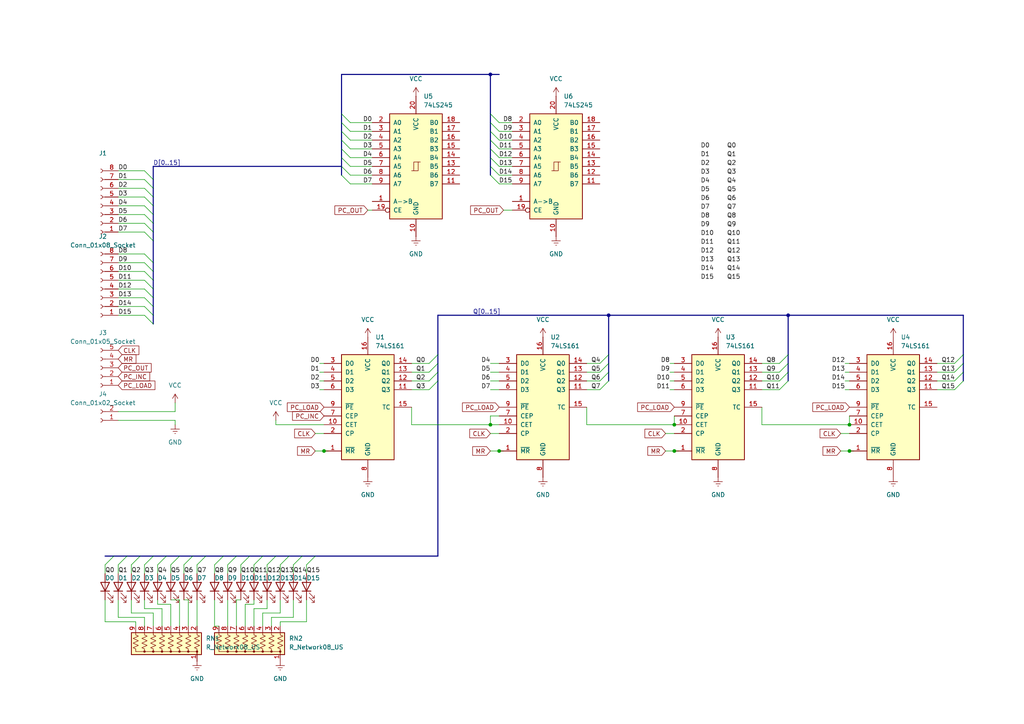
<source format=kicad_sch>
(kicad_sch (version 20231120) (generator "eeschema") (generator_version "8.0")
  (paper "A4")
  (lib_symbols
    (symbol "74xx:74LS161" (pin_names (offset 1.016))
      (property "Reference" "U" (at -7.62 16.51 0))
      (property "Value" "74LS161" (at -7.62 -16.51 0))
      (symbol "74LS161_1_0"
        (pin input line (at -12.7 -12.7 0) (length 5.08) (name "~{MR}") (number "1"))
        (pin input line (at -12.7 -5.08 0) (length 5.08) (name "CET") (number "10"))
        (pin output line (at 12.7 5.08 180) (length 5.08) (name "Q3") (number "11"))
        (pin output line (at 12.7 7.62 180) (length 5.08) (name "Q2") (number "12"))
        (pin output line (at 12.7 10.16 180) (length 5.08) (name "Q1") (number "13"))
        (pin output line (at 12.7 12.7 180) (length 5.08) (name "Q0") (number "14"))
        (pin output line (at 12.7 0 180) (length 5.08) (name "TC") (number "15"))
        (pin power_in line (at 0 20.32 270) (length 5.08) (name "VCC") (number "16"))
        (pin input line (at -12.7 -7.62 0) (length 5.08) (name "CP") (number "2"))
        (pin input line (at -12.7 12.7 0) (length 5.08) (name "D0") (number "3"))
        (pin input line (at -12.7 10.16 0) (length 5.08) (name "D1") (number "4"))
        (pin input line (at -12.7 7.62 0) (length 5.08) (name "D2") (number "5"))
        (pin input line (at -12.7 5.08 0) (length 5.08) (name "D3") (number "6"))
        (pin input line (at -12.7 -2.54 0) (length 5.08) (name "CEP") (number "7"))
        (pin power_in line (at 0 -20.32 90) (length 5.08) (name "GND") (number "8"))
        (pin input line (at -12.7 0 0) (length 5.08) (name "~{PE}") (number "9"))
      )
      (symbol "74LS161_1_1"
        (rectangle (start -7.62 15.24) (end 7.62 -15.24) (stroke (width 0.254)) (fill (type background)))
      )
    )
    (symbol "74xx:74LS245" (pin_names (offset 1.016))
      (property "Reference" "U" (at -7.62 16.51 0))
      (property "Value" "74LS245" (at -7.62 -16.51 0))
      (symbol "74LS245_1_0"
        (polyline (pts (xy -0.635 -1.27) (xy -0.635 1.27) (xy 0.635 1.27)))
        (polyline (pts (xy -1.27 -1.27) (xy 0.635 -1.27) (xy 0.635 1.27) (xy 1.27 1.27)))
        (pin input line (at -12.7 -10.16 0) (length 5.08) (name "A->B") (number "1"))
        (pin power_in line (at 0 -20.32 90) (length 5.08) (name "GND") (number "10"))
        (pin tri_state line (at 12.7 -5.08 180) (length 5.08) (name "B7") (number "11"))
        (pin tri_state line (at 12.7 -2.54 180) (length 5.08) (name "B6") (number "12"))
        (pin tri_state line (at 12.7 0 180) (length 5.08) (name "B5") (number "13"))
        (pin tri_state line (at 12.7 2.54 180) (length 5.08) (name "B4") (number "14"))
        (pin tri_state line (at 12.7 5.08 180) (length 5.08) (name "B3") (number "15"))
        (pin tri_state line (at 12.7 7.62 180) (length 5.08) (name "B2") (number "16"))
        (pin tri_state line (at 12.7 10.16 180) (length 5.08) (name "B1") (number "17"))
        (pin tri_state line (at 12.7 12.7 180) (length 5.08) (name "B0") (number "18"))
        (pin input inverted (at -12.7 -12.7 0) (length 5.08) (name "CE") (number "19"))
        (pin tri_state line (at -12.7 12.7 0) (length 5.08) (name "A0") (number "2"))
        (pin power_in line (at 0 20.32 270) (length 5.08) (name "VCC") (number "20"))
        (pin tri_state line (at -12.7 10.16 0) (length 5.08) (name "A1") (number "3"))
        (pin tri_state line (at -12.7 7.62 0) (length 5.08) (name "A2") (number "4"))
        (pin tri_state line (at -12.7 5.08 0) (length 5.08) (name "A3") (number "5"))
        (pin tri_state line (at -12.7 2.54 0) (length 5.08) (name "A4") (number "6"))
        (pin tri_state line (at -12.7 0 0) (length 5.08) (name "A5") (number "7"))
        (pin tri_state line (at -12.7 -2.54 0) (length 5.08) (name "A6") (number "8"))
        (pin tri_state line (at -12.7 -5.08 0) (length 5.08) (name "A7") (number "9"))
      )
      (symbol "74LS245_1_1"
        (rectangle (start -7.62 15.24) (end 7.62 -15.24) (stroke (width 0.254)) (fill (type background)))
      )
    )
    (symbol "Connector:Conn_01x02_Socket" (pin_names (offset 1.016) hide)
      (property "Reference" "J" (at 0 2.54 0))
      (property "Value" "Conn_01x02_Socket" (at 0 -5.08 0))
      (symbol "Conn_01x02_Socket_1_1"
        (arc (start 0 -2.032) (mid -0.5058 -2.54) (end 0 -3.048) (stroke (width 0.1524)))
        (polyline (pts (xy -1.27 -2.54) (xy -0.508 -2.54)) (stroke (width 0.1524)))
        (polyline (pts (xy -1.27 0) (xy -0.508 0)) (stroke (width 0.1524)))
        (arc (start 0 0.508) (mid -0.5058 0) (end 0 -0.508) (stroke (width 0.1524)))
        (pin passive line (at -5.08 0 0) (length 3.81) (name "Pin_1") (number "1"))
        (pin passive line (at -5.08 -2.54 0) (length 3.81) (name "Pin_2") (number "2"))
      )
    )
    (symbol "Connector:Conn_01x05_Socket" (pin_names (offset 1.016) hide)
      (property "Reference" "J" (at 0 7.62 0))
      (property "Value" "Conn_01x05_Socket" (at 0 -7.62 0))
      (symbol "Conn_01x05_Socket_1_1"
        (arc (start 0 -4.572) (mid -0.5058 -5.08) (end 0 -5.588) (stroke (width 0.1524)))
        (arc (start 0 -2.032) (mid -0.5058 -2.54) (end 0 -3.048) (stroke (width 0.1524)))
        (polyline (pts (xy -1.27 -5.08) (xy -0.508 -5.08)) (stroke (width 0.1524)))
        (polyline (pts (xy -1.27 -2.54) (xy -0.508 -2.54)) (stroke (width 0.1524)))
        (polyline (pts (xy -1.27 0) (xy -0.508 0)) (stroke (width 0.1524)))
        (polyline (pts (xy -1.27 2.54) (xy -0.508 2.54)) (stroke (width 0.1524)))
        (polyline (pts (xy -1.27 5.08) (xy -0.508 5.08)) (stroke (width 0.1524)))
        (arc (start 0 0.508) (mid -0.5058 0) (end 0 -0.508) (stroke (width 0.1524)))
        (arc (start 0 3.048) (mid -0.5058 2.54) (end 0 2.032) (stroke (width 0.1524)))
        (arc (start 0 5.588) (mid -0.5058 5.08) (end 0 4.572) (stroke (width 0.1524)))
        (pin passive line (at -5.08 5.08 0) (length 3.81) (name "Pin_1") (number "1"))
        (pin passive line (at -5.08 2.54 0) (length 3.81) (name "Pin_2") (number "2"))
        (pin passive line (at -5.08 0 0) (length 3.81) (name "Pin_3") (number "3"))
        (pin passive line (at -5.08 -2.54 0) (length 3.81) (name "Pin_4") (number "4"))
        (pin passive line (at -5.08 -5.08 0) (length 3.81) (name "Pin_5") (number "5"))
      )
    )
    (symbol "Connector:Conn_01x08_Socket" (pin_names (offset 1.016) hide)
      (property "Reference" "J" (at 0 10.16 0))
      (property "Value" "Conn_01x08_Socket" (at 0 -12.7 0))
      (symbol "Conn_01x08_Socket_1_1"
        (arc (start 0 -9.652) (mid -0.5058 -10.16) (end 0 -10.668) (stroke (width 0.1524)))
        (arc (start 0 -7.112) (mid -0.5058 -7.62) (end 0 -8.128) (stroke (width 0.1524)))
        (arc (start 0 -4.572) (mid -0.5058 -5.08) (end 0 -5.588) (stroke (width 0.1524)))
        (arc (start 0 -2.032) (mid -0.5058 -2.54) (end 0 -3.048) (stroke (width 0.1524)))
        (polyline (pts (xy -1.27 -10.16) (xy -0.508 -10.16)) (stroke (width 0.1524)))
        (polyline (pts (xy -1.27 -7.62) (xy -0.508 -7.62)) (stroke (width 0.1524)))
        (polyline (pts (xy -1.27 -5.08) (xy -0.508 -5.08)) (stroke (width 0.1524)))
        (polyline (pts (xy -1.27 -2.54) (xy -0.508 -2.54)) (stroke (width 0.1524)))
        (polyline (pts (xy -1.27 0) (xy -0.508 0)) (stroke (width 0.1524)))
        (polyline (pts (xy -1.27 2.54) (xy -0.508 2.54)) (stroke (width 0.1524)))
        (polyline (pts (xy -1.27 5.08) (xy -0.508 5.08)) (stroke (width 0.1524)))
        (polyline (pts (xy -1.27 7.62) (xy -0.508 7.62)) (stroke (width 0.1524)))
        (arc (start 0 0.508) (mid -0.5058 0) (end 0 -0.508) (stroke (width 0.1524)))
        (arc (start 0 3.048) (mid -0.5058 2.54) (end 0 2.032) (stroke (width 0.1524)))
        (arc (start 0 5.588) (mid -0.5058 5.08) (end 0 4.572) (stroke (width 0.1524)))
        (arc (start 0 8.128) (mid -0.5058 7.62) (end 0 7.112) (stroke (width 0.1524)))
        (pin passive line (at -5.08 7.62 0) (length 3.81) (name "Pin_1") (number "1"))
        (pin passive line (at -5.08 5.08 0) (length 3.81) (name "Pin_2") (number "2"))
        (pin passive line (at -5.08 2.54 0) (length 3.81) (name "Pin_3") (number "3"))
        (pin passive line (at -5.08 0 0) (length 3.81) (name "Pin_4") (number "4"))
        (pin passive line (at -5.08 -2.54 0) (length 3.81) (name "Pin_5") (number "5"))
        (pin passive line (at -5.08 -5.08 0) (length 3.81) (name "Pin_6") (number "6"))
        (pin passive line (at -5.08 -7.62 0) (length 3.81) (name "Pin_7") (number "7"))
        (pin passive line (at -5.08 -10.16 0) (length 3.81) (name "Pin_8") (number "8"))
      )
    )
    (symbol "Device:LED" (pin_numbers hide) (pin_names (offset 1.016) hide)
      (property "Reference" "D" (at 0 2.54 0))
      (property "Value" "LED" (at 0 -2.54 0))
      (symbol "LED_0_1"
        (polyline (pts (xy -1.27 -1.27) (xy -1.27 1.27)) (stroke (width 0.254)))
        (polyline (pts (xy -1.27 0) (xy 1.27 0)))
        (polyline (pts (xy 1.27 -1.27) (xy 1.27 1.27) (xy -1.27 0) (xy 1.27 -1.27)) (stroke (width 0.254)))
        (polyline (pts (xy -3.048 -0.762) (xy -4.572 -2.286) (xy -3.81 -2.286) (xy -4.572 -2.286) (xy -4.572 -1.524)))
        (polyline (pts (xy -1.778 -0.762) (xy -3.302 -2.286) (xy -2.54 -2.286) (xy -3.302 -2.286) (xy -3.302 -1.524)))
      )
      (symbol "LED_1_1"
        (pin passive line (at -3.81 0 0) (length 2.54) (name "K") (number "1"))
        (pin passive line (at 3.81 0 180) (length 2.54) (name "A") (number "2"))
      )
    )
    (symbol "Device:R_Network08_US" (pin_names (offset 0) hide)
      (property "Reference" "RN" (at -12.7 0 90))
      (property "Value" "R_Network08_US" (at 10.16 0 90))
      (symbol "R_Network08_US_0_1"
        (rectangle (start -11.43 -3.175) (end 8.89 3.175) (stroke (width 0.254)) (fill (type background)))
        (circle (center -10.16 2.286) (radius 0.254) (fill (type outline)))
        (circle (center -7.62 2.286) (radius 0.254) (fill (type outline)))
        (circle (center -5.08 2.286) (radius 0.254) (fill (type outline)))
        (circle (center -2.54 2.286) (radius 0.254) (fill (type outline)))
        (polyline (pts (xy -10.16 2.286) (xy 7.62 2.286)))
        (polyline (pts (xy -10.16 2.286) (xy -10.16 1.524) (xy -9.398 1.1684) (xy -10.922 0.508) (xy -9.398 -0.1524) (xy -10.922 -0.8382) (xy -9.398 -1.524) (xy -10.922 -2.1844) (xy -10.16 -2.54) (xy -10.16 -3.81)))
        (polyline (pts (xy -7.62 2.286) (xy -7.62 1.524) (xy -6.858 1.1684) (xy -8.382 0.508) (xy -6.858 -0.1524) (xy -8.382 -0.8382) (xy -6.858 -1.524) (xy -8.382 -2.1844) (xy -7.62 -2.54) (xy -7.62 -3.81)))
        (polyline (pts (xy -5.08 2.286) (xy -5.08 1.524) (xy -4.318 1.1684) (xy -5.842 0.508) (xy -4.318 -0.1524) (xy -5.842 -0.8382) (xy -4.318 -1.524) (xy -5.842 -2.1844) (xy -5.08 -2.54) (xy -5.08 -3.81)))
        (polyline (pts (xy -2.54 2.286) (xy -2.54 1.524) (xy -1.778 1.1684) (xy -3.302 0.508) (xy -1.778 -0.1524) (xy -3.302 -0.8382) (xy -1.778 -1.524) (xy -3.302 -2.1844) (xy -2.54 -2.54) (xy -2.54 -3.81)))
        (polyline (pts (xy 0 2.286) (xy 0 1.524) (xy 0.762 1.1684) (xy -0.762 0.508) (xy 0.762 -0.1524) (xy -0.762 -0.8382) (xy 0.762 -1.524) (xy -0.762 -2.1844) (xy 0 -2.54) (xy 0 -3.81)))
        (polyline (pts (xy 2.54 2.286) (xy 2.54 1.524) (xy 3.302 1.1684) (xy 1.778 0.508) (xy 3.302 -0.1524) (xy 1.778 -0.8382) (xy 3.302 -1.524) (xy 1.778 -2.1844) (xy 2.54 -2.54) (xy 2.54 -3.81)))
        (polyline (pts (xy 5.08 2.286) (xy 5.08 1.524) (xy 5.842 1.1684) (xy 4.318 0.508) (xy 5.842 -0.1524) (xy 4.318 -0.8382) (xy 5.842 -1.524) (xy 4.318 -2.1844) (xy 5.08 -2.54) (xy 5.08 -3.81)))
        (polyline (pts (xy 7.62 2.286) (xy 7.62 1.524) (xy 8.382 1.1684) (xy 6.858 0.508) (xy 8.382 -0.1524) (xy 6.858 -0.8382) (xy 8.382 -1.524) (xy 6.858 -2.1844) (xy 7.62 -2.54) (xy 7.62 -3.81)))
        (circle (center 0 2.286) (radius 0.254) (fill (type outline)))
        (circle (center 2.54 2.286) (radius 0.254) (fill (type outline)))
        (circle (center 5.08 2.286) (radius 0.254) (fill (type outline)))
      )
      (symbol "R_Network08_US_1_1"
        (pin passive line (at -10.16 5.08 270) (length 2.54) (name "common") (number "1"))
        (pin passive line (at -10.16 -5.08 90) (length 1.27) (name "R1") (number "2"))
        (pin passive line (at -7.62 -5.08 90) (length 1.27) (name "R2") (number "3"))
        (pin passive line (at -5.08 -5.08 90) (length 1.27) (name "R3") (number "4"))
        (pin passive line (at -2.54 -5.08 90) (length 1.27) (name "R4") (number "5"))
        (pin passive line (at 0 -5.08 90) (length 1.27) (name "R5") (number "6"))
        (pin passive line (at 2.54 -5.08 90) (length 1.27) (name "R6") (number "7"))
        (pin passive line (at 5.08 -5.08 90) (length 1.27) (name "R7") (number "8"))
        (pin passive line (at 7.62 -5.08 90) (length 1.27) (name "R8") (number "9"))
      )
    )
    (symbol "power:GNDREF" (power) (pin_numbers hide) (pin_names (offset 0) hide)
      (property "Value" "GNDREF" (at 0 -3.81 0))
      (symbol "GNDREF_0_1"
        (polyline (pts (xy -0.635 -1.905) (xy 0.635 -1.905)))
        (polyline (pts (xy -0.127 -2.54) (xy 0.127 -2.54)))
        (polyline (pts (xy 0 -1.27) (xy 0 0)))
        (polyline (pts (xy 1.27 -1.27) (xy -1.27 -1.27)))
      )
      (symbol "GNDREF_1_1"
        (pin power_in line (at 0 0 270) (length 0) (name "~") (number "1"))
      )
    )
    (symbol "power:VCC" (power) (pin_numbers hide) (pin_names (offset 0) hide)
      (property "Value" "VCC" (at 0 3.556 0))
      (symbol "VCC_0_1"
        (polyline (pts (xy -0.762 1.27) (xy 0 2.54)))
        (polyline (pts (xy 0 0) (xy 0 2.54)))
        (polyline (pts (xy 0 2.54) (xy 0.762 1.27)))
      )
      (symbol "VCC_1_1"
        (pin power_in line (at 0 0 90) (length 0) (name "~") (number "1"))
      )
    )
  )
  (junction (at 142.24 123.19))
  (junction (at 246.38 123.19))
  (junction (at 93.98 130.81))
  (junction (at 176.53 91.44))
  (junction (at 246.38 130.81))
  (junction (at 142.24 21.59))
  (junction (at 144.78 130.81))
  (junction (at 195.58 123.19))
  (junction (at 195.58 130.81))
  (junction (at 228.6 91.44))
  (bus_entry (at 276.86 105.41) (size 2.54 -2.54))
  (bus_entry (at 124.46 110.49) (size 2.54 -2.54))
  (bus_entry (at 144.78 35.56) (size -2.54 -2.54))
  (bus_entry (at 101.6 53.34) (size -2.54 -2.54))
  (bus_entry (at 276.86 113.03) (size 2.54 -2.54))
  (bus_entry (at 80.01 161.29) (size -2.54 2.54))
  (bus_entry (at 64.77 161.29) (size -2.54 2.54))
  (bus_entry (at 144.78 38.1) (size -2.54 -2.54))
  (bus_entry (at 33.02 161.29) (size -2.54 2.54))
  (bus_entry (at 44.45 54.61) (size -2.54 -2.54))
  (bus_entry (at 101.6 45.72) (size -2.54 -2.54))
  (bus_entry (at 44.45 64.77) (size -2.54 -2.54))
  (bus_entry (at 44.45 81.28) (size -2.54 -2.54))
  (bus_entry (at 44.45 59.69) (size -2.54 -2.54))
  (bus_entry (at 226.06 113.03) (size 2.54 -2.54))
  (bus_entry (at 44.45 91.44) (size -2.54 -2.54))
  (bus_entry (at 144.78 43.18) (size -2.54 -2.54))
  (bus_entry (at 144.78 53.34) (size -2.54 -2.54))
  (bus_entry (at 36.83 161.29) (size -2.54 2.54))
  (bus_entry (at 101.6 50.8) (size -2.54 -2.54))
  (bus_entry (at 124.46 113.03) (size 2.54 -2.54))
  (bus_entry (at 173.99 110.49) (size 2.54 -2.54))
  (bus_entry (at 44.45 62.23) (size -2.54 -2.54))
  (bus_entry (at 101.6 40.64) (size -2.54 -2.54))
  (bus_entry (at 276.86 110.49) (size 2.54 -2.54))
  (bus_entry (at 144.78 45.72) (size -2.54 -2.54))
  (bus_entry (at 173.99 113.03) (size 2.54 -2.54))
  (bus_entry (at 44.45 88.9) (size -2.54 -2.54))
  (bus_entry (at 52.07 161.29) (size -2.54 2.54))
  (bus_entry (at 72.39 161.29) (size -2.54 2.54))
  (bus_entry (at 59.69 161.29) (size -2.54 2.54))
  (bus_entry (at 101.6 43.18) (size -2.54 -2.54))
  (bus_entry (at 44.45 78.74) (size -2.54 -2.54))
  (bus_entry (at 226.06 107.95) (size 2.54 -2.54))
  (bus_entry (at 144.78 40.64) (size -2.54 -2.54))
  (bus_entry (at 44.45 83.82) (size -2.54 -2.54))
  (bus_entry (at 44.45 69.85) (size -2.54 -2.54))
  (bus_entry (at 40.64 161.29) (size -2.54 2.54))
  (bus_entry (at 226.06 110.49) (size 2.54 -2.54))
  (bus_entry (at 44.45 161.29) (size -2.54 2.54))
  (bus_entry (at 173.99 105.41) (size 2.54 -2.54))
  (bus_entry (at 44.45 93.98) (size -2.54 -2.54))
  (bus_entry (at 144.78 50.8) (size -2.54 -2.54))
  (bus_entry (at 68.58 161.29) (size -2.54 2.54))
  (bus_entry (at 173.99 107.95) (size 2.54 -2.54))
  (bus_entry (at 44.45 67.31) (size -2.54 -2.54))
  (bus_entry (at 44.45 52.07) (size -2.54 -2.54))
  (bus_entry (at 55.88 161.29) (size -2.54 2.54))
  (bus_entry (at 101.6 48.26) (size -2.54 -2.54))
  (bus_entry (at 44.45 57.15) (size -2.54 -2.54))
  (bus_entry (at 87.63 161.29) (size -2.54 2.54))
  (bus_entry (at 76.2 161.29) (size -2.54 2.54))
  (bus_entry (at 276.86 107.95) (size 2.54 -2.54))
  (bus_entry (at 144.78 48.26) (size -2.54 -2.54))
  (bus_entry (at 101.6 38.1) (size -2.54 -2.54))
  (bus_entry (at 44.45 76.2) (size -2.54 -2.54))
  (bus_entry (at 101.6 35.56) (size -2.54 -2.54))
  (bus_entry (at 48.26 161.29) (size -2.54 2.54))
  (bus_entry (at 124.46 105.41) (size 2.54 -2.54))
  (bus_entry (at 124.46 107.95) (size 2.54 -2.54))
  (bus_entry (at 44.45 86.36) (size -2.54 -2.54))
  (bus_entry (at 91.44 161.29) (size -2.54 2.54))
  (bus_entry (at 83.82 161.29) (size -2.54 2.54))
  (bus_entry (at 226.06 105.41) (size 2.54 -2.54))
  (bus (pts (xy 142.24 43.18) (xy 142.24 45.72)))
  (wire (pts (xy 77.47 163.83) (xy 77.47 166.37)))
  (wire (pts (xy 92.71 110.49) (xy 93.98 110.49)))
  (wire (pts (xy 41.91 176.53) (xy 41.91 173.99)))
  (wire (pts (xy 101.6 53.34) (xy 107.95 53.34)))
  (wire (pts (xy 45.72 175.26) (xy 45.72 173.99)))
  (wire (pts (xy 101.6 40.64) (xy 107.95 40.64)))
  (bus (pts (xy 44.45 81.28) (xy 44.45 78.74)))
  (wire (pts (xy 142.24 123.19) (xy 144.78 123.19)))
  (wire (pts (xy 170.18 113.03) (xy 173.99 113.03)))
  (wire (pts (xy 34.29 83.82) (xy 41.91 83.82)))
  (wire (pts (xy 220.98 123.19) (xy 246.38 123.19)))
  (wire (pts (xy 41.91 181.61) (xy 41.91 179.07)))
  (wire (pts (xy 77.47 173.99) (xy 77.47 176.53)))
  (wire (pts (xy 170.18 123.19) (xy 170.18 118.11)))
  (wire (pts (xy 144.78 120.65) (xy 142.24 120.65)))
  (wire (pts (xy 271.78 110.49) (xy 276.86 110.49)))
  (wire (pts (xy 41.91 163.83) (xy 41.91 166.37)))
  (wire (pts (xy 81.28 181.61) (xy 81.28 180.34)))
  (wire (pts (xy 220.98 123.19) (xy 220.98 118.11)))
  (wire (pts (xy 34.29 52.07) (xy 41.91 52.07)))
  (bus (pts (xy 279.4 102.87) (xy 279.4 105.41)))
  (bus (pts (xy 91.44 161.29) (xy 127 161.29)))
  (bus (pts (xy 64.77 161.29) (xy 68.58 161.29)))
  (bus (pts (xy 36.83 161.29) (xy 40.64 161.29)))
  (wire (pts (xy 144.78 50.8) (xy 148.59 50.8)))
  (wire (pts (xy 144.78 48.26) (xy 148.59 48.26)))
  (wire (pts (xy 119.38 123.19) (xy 119.38 118.11)))
  (wire (pts (xy 144.78 43.18) (xy 148.59 43.18)))
  (bus (pts (xy 99.06 45.72) (xy 99.06 48.26)))
  (wire (pts (xy 34.29 67.31) (xy 41.91 67.31)))
  (wire (pts (xy 34.29 62.23) (xy 41.91 62.23)))
  (wire (pts (xy 170.18 107.95) (xy 173.99 107.95)))
  (bus (pts (xy 44.45 59.69) (xy 44.45 57.15)))
  (wire (pts (xy 57.15 163.83) (xy 57.15 166.37)))
  (wire (pts (xy 80.01 121.92) (xy 80.01 123.19)))
  (wire (pts (xy 85.09 179.07) (xy 78.74 179.07)))
  (wire (pts (xy 92.71 113.03) (xy 93.98 113.03)))
  (bus (pts (xy 176.53 105.41) (xy 176.53 107.95)))
  (wire (pts (xy 170.18 110.49) (xy 173.99 110.49)))
  (wire (pts (xy 81.28 177.8) (xy 76.2 177.8)))
  (wire (pts (xy 66.04 163.83) (xy 66.04 166.37)))
  (wire (pts (xy 34.29 73.66) (xy 41.91 73.66)))
  (bus (pts (xy 176.53 107.95) (xy 176.53 110.49)))
  (wire (pts (xy 193.04 125.73) (xy 195.58 125.73)))
  (wire (pts (xy 45.72 163.83) (xy 45.72 166.37)))
  (bus (pts (xy 99.06 48.26) (xy 99.06 50.8)))
  (wire (pts (xy 38.1 177.8) (xy 38.1 173.99)))
  (wire (pts (xy 34.29 54.61) (xy 41.91 54.61)))
  (wire (pts (xy 194.31 107.95) (xy 195.58 107.95)))
  (wire (pts (xy 49.53 175.26) (xy 49.53 181.61)))
  (bus (pts (xy 127 91.44) (xy 176.53 91.44)))
  (wire (pts (xy 54.61 173.99) (xy 53.34 173.99)))
  (bus (pts (xy 142.24 45.72) (xy 142.24 48.26)))
  (wire (pts (xy 194.31 113.03) (xy 195.58 113.03)))
  (wire (pts (xy 220.98 107.95) (xy 226.06 107.95)))
  (wire (pts (xy 101.6 50.8) (xy 107.95 50.8)))
  (wire (pts (xy 146.05 130.81) (xy 144.78 130.81)))
  (bus (pts (xy 80.01 161.29) (xy 83.82 161.29)))
  (bus (pts (xy 72.39 161.29) (xy 76.2 161.29)))
  (wire (pts (xy 220.98 105.41) (xy 226.06 105.41)))
  (wire (pts (xy 34.29 81.28) (xy 41.91 81.28)))
  (bus (pts (xy 44.45 78.74) (xy 44.45 76.2)))
  (wire (pts (xy 34.29 119.38) (xy 50.8 119.38)))
  (wire (pts (xy 245.11 105.41) (xy 246.38 105.41)))
  (wire (pts (xy 73.66 176.53) (xy 73.66 181.61)))
  (wire (pts (xy 92.71 107.95) (xy 93.98 107.95)))
  (wire (pts (xy 34.29 49.53) (xy 41.91 49.53)))
  (wire (pts (xy 41.91 179.07) (xy 34.29 179.07)))
  (wire (pts (xy 245.11 110.49) (xy 246.38 110.49)))
  (wire (pts (xy 50.8 119.38) (xy 50.8 116.84)))
  (wire (pts (xy 73.66 175.26) (xy 71.12 175.26)))
  (bus (pts (xy 48.26 161.29) (xy 52.07 161.29)))
  (bus (pts (xy 87.63 161.29) (xy 91.44 161.29)))
  (wire (pts (xy 170.18 123.19) (xy 195.58 123.19)))
  (bus (pts (xy 176.53 91.44) (xy 176.53 102.87)))
  (bus (pts (xy 83.82 161.29) (xy 87.63 161.29)))
  (wire (pts (xy 81.28 163.83) (xy 81.28 166.37)))
  (bus (pts (xy 279.4 107.95) (xy 279.4 110.49)))
  (wire (pts (xy 78.74 179.07) (xy 78.74 181.61)))
  (bus (pts (xy 55.88 161.29) (xy 59.69 161.29)))
  (wire (pts (xy 193.04 130.81) (xy 195.58 130.81)))
  (wire (pts (xy 194.31 105.41) (xy 195.58 105.41)))
  (bus (pts (xy 99.06 33.02) (xy 99.06 21.59)))
  (wire (pts (xy 245.11 107.95) (xy 246.38 107.95)))
  (wire (pts (xy 46.99 176.53) (xy 46.99 181.61)))
  (bus (pts (xy 127 102.87) (xy 127 91.44)))
  (wire (pts (xy 119.38 110.49) (xy 124.46 110.49)))
  (bus (pts (xy 127 105.41) (xy 127 102.87)))
  (bus (pts (xy 44.45 91.44) (xy 44.45 93.98)))
  (wire (pts (xy 142.24 120.65) (xy 142.24 123.19)))
  (wire (pts (xy 170.18 105.41) (xy 173.99 105.41)))
  (bus (pts (xy 44.45 48.26) (xy 99.06 48.26)))
  (wire (pts (xy 142.24 105.41) (xy 144.78 105.41)))
  (bus (pts (xy 142.24 21.59) (xy 142.24 33.02)))
  (bus (pts (xy 142.24 48.26) (xy 142.24 50.8)))
  (wire (pts (xy 30.48 180.34) (xy 30.48 173.99)))
  (wire (pts (xy 91.44 130.81) (xy 93.98 130.81)))
  (bus (pts (xy 228.6 91.44) (xy 228.6 102.87)))
  (bus (pts (xy 127 110.49) (xy 127 107.95)))
  (wire (pts (xy 142.24 110.49) (xy 144.78 110.49)))
  (wire (pts (xy 196.85 130.81) (xy 195.58 130.81)))
  (bus (pts (xy 142.24 38.1) (xy 142.24 40.64)))
  (wire (pts (xy 101.6 38.1) (xy 107.95 38.1)))
  (wire (pts (xy 52.07 173.99) (xy 52.07 181.61)))
  (bus (pts (xy 68.58 161.29) (xy 72.39 161.29)))
  (bus (pts (xy 142.24 33.02) (xy 142.24 35.56)))
  (wire (pts (xy 66.04 173.99) (xy 66.04 181.61)))
  (wire (pts (xy 101.6 35.56) (xy 107.95 35.56)))
  (bus (pts (xy 279.4 105.41) (xy 279.4 107.95)))
  (wire (pts (xy 53.34 163.83) (xy 53.34 166.37)))
  (wire (pts (xy 69.85 163.83) (xy 69.85 166.37)))
  (wire (pts (xy 46.99 176.53) (xy 41.91 176.53)))
  (wire (pts (xy 68.58 173.99) (xy 68.58 181.61)))
  (bus (pts (xy 44.45 52.07) (xy 44.45 48.26)))
  (wire (pts (xy 144.78 38.1) (xy 148.59 38.1)))
  (wire (pts (xy 92.71 105.41) (xy 93.98 105.41)))
  (bus (pts (xy 44.45 67.31) (xy 44.45 64.77)))
  (wire (pts (xy 85.09 173.99) (xy 85.09 179.07)))
  (wire (pts (xy 50.8 121.92) (xy 50.8 123.19)))
  (wire (pts (xy 144.78 35.56) (xy 148.59 35.56)))
  (bus (pts (xy 76.2 161.29) (xy 80.01 161.29)))
  (wire (pts (xy 88.9 163.83) (xy 88.9 166.37)))
  (bus (pts (xy 44.45 62.23) (xy 44.45 59.69)))
  (wire (pts (xy 34.29 78.74) (xy 41.91 78.74)))
  (bus (pts (xy 59.69 161.29) (xy 64.77 161.29)))
  (bus (pts (xy 44.45 76.2) (xy 44.45 69.85)))
  (wire (pts (xy 144.78 53.34) (xy 148.59 53.34)))
  (wire (pts (xy 220.98 110.49) (xy 226.06 110.49)))
  (bus (pts (xy 40.64 161.29) (xy 44.45 161.29)))
  (wire (pts (xy 142.24 113.03) (xy 144.78 113.03)))
  (wire (pts (xy 38.1 163.83) (xy 38.1 166.37)))
  (wire (pts (xy 142.24 125.73) (xy 144.78 125.73)))
  (bus (pts (xy 142.24 35.56) (xy 142.24 38.1)))
  (bus (pts (xy 279.4 91.44) (xy 279.4 102.87)))
  (wire (pts (xy 62.23 181.61) (xy 63.5 181.61)))
  (wire (pts (xy 88.9 180.34) (xy 88.9 173.99)))
  (wire (pts (xy 44.45 181.61) (xy 44.45 177.8)))
  (wire (pts (xy 95.25 130.81) (xy 93.98 130.81)))
  (bus (pts (xy 33.02 161.29) (xy 36.83 161.29)))
  (wire (pts (xy 101.6 43.18) (xy 107.95 43.18)))
  (wire (pts (xy 195.58 120.65) (xy 195.58 123.19)))
  (bus (pts (xy 44.45 83.82) (xy 44.45 81.28)))
  (bus (pts (xy 99.06 35.56) (xy 99.06 38.1)))
  (wire (pts (xy 34.29 179.07) (xy 34.29 173.99)))
  (wire (pts (xy 73.66 163.83) (xy 73.66 166.37)))
  (wire (pts (xy 39.37 180.34) (xy 30.48 180.34)))
  (bus (pts (xy 176.53 102.87) (xy 176.53 105.41)))
  (wire (pts (xy 194.31 110.49) (xy 195.58 110.49)))
  (wire (pts (xy 69.85 173.99) (xy 68.58 173.99)))
  (bus (pts (xy 52.07 161.29) (xy 55.88 161.29)))
  (wire (pts (xy 49.53 175.26) (xy 45.72 175.26)))
  (wire (pts (xy 77.47 176.53) (xy 73.66 176.53)))
  (bus (pts (xy 228.6 102.87) (xy 228.6 105.41)))
  (wire (pts (xy 106.68 60.96) (xy 107.95 60.96)))
  (wire (pts (xy 142.24 107.95) (xy 144.78 107.95)))
  (wire (pts (xy 62.23 173.99) (xy 62.23 181.61)))
  (bus (pts (xy 44.45 69.85) (xy 44.45 67.31)))
  (wire (pts (xy 62.23 163.83) (xy 62.23 166.37)))
  (bus (pts (xy 99.06 21.59) (xy 142.24 21.59)))
  (bus (pts (xy 142.24 40.64) (xy 142.24 43.18)))
  (wire (pts (xy 243.84 130.81) (xy 246.38 130.81)))
  (wire (pts (xy 144.78 45.72) (xy 148.59 45.72)))
  (bus (pts (xy 44.45 64.77) (xy 44.45 62.23)))
  (wire (pts (xy 85.09 163.83) (xy 85.09 166.37)))
  (wire (pts (xy 44.45 177.8) (xy 38.1 177.8)))
  (bus (pts (xy 127 107.95) (xy 127 105.41)))
  (wire (pts (xy 119.38 107.95) (xy 124.46 107.95)))
  (wire (pts (xy 49.53 163.83) (xy 49.53 166.37)))
  (wire (pts (xy 220.98 113.03) (xy 226.06 113.03)))
  (wire (pts (xy 246.38 120.65) (xy 246.38 123.19)))
  (wire (pts (xy 81.28 173.99) (xy 81.28 177.8)))
  (bus (pts (xy 30.48 161.29) (xy 33.02 161.29)))
  (bus (pts (xy 228.6 91.44) (xy 279.4 91.44)))
  (wire (pts (xy 101.6 45.72) (xy 107.95 45.72)))
  (bus (pts (xy 228.6 105.41) (xy 228.6 107.95)))
  (wire (pts (xy 54.61 173.99) (xy 54.61 181.61)))
  (bus (pts (xy 44.45 86.36) (xy 44.45 83.82)))
  (bus (pts (xy 99.06 40.64) (xy 99.06 43.18)))
  (wire (pts (xy 34.29 91.44) (xy 41.91 91.44)))
  (wire (pts (xy 146.05 60.96) (xy 148.59 60.96)))
  (wire (pts (xy 50.8 121.92) (xy 34.29 121.92)))
  (bus (pts (xy 228.6 107.95) (xy 228.6 110.49)))
  (wire (pts (xy 34.29 59.69) (xy 41.91 59.69)))
  (wire (pts (xy 101.6 48.26) (xy 107.95 48.26)))
  (wire (pts (xy 119.38 113.03) (xy 124.46 113.03)))
  (bus (pts (xy 44.45 88.9) (xy 44.45 86.36)))
  (bus (pts (xy 127 161.29) (xy 127 110.49)))
  (wire (pts (xy 245.11 113.03) (xy 246.38 113.03)))
  (wire (pts (xy 34.29 86.36) (xy 41.91 86.36)))
  (wire (pts (xy 247.65 130.81) (xy 246.38 130.81)))
  (wire (pts (xy 76.2 177.8) (xy 76.2 181.61)))
  (bus (pts (xy 44.45 91.44) (xy 44.45 88.9)))
  (wire (pts (xy 81.28 180.34) (xy 88.9 180.34)))
  (wire (pts (xy 119.38 105.41) (xy 124.46 105.41)))
  (wire (pts (xy 34.29 57.15) (xy 41.91 57.15)))
  (wire (pts (xy 39.37 181.61) (xy 39.37 180.34)))
  (wire (pts (xy 144.78 40.64) (xy 148.59 40.64)))
  (wire (pts (xy 91.44 125.73) (xy 93.98 125.73)))
  (bus (pts (xy 99.06 33.02) (xy 99.06 35.56)))
  (wire (pts (xy 142.24 130.81) (xy 144.78 130.81)))
  (wire (pts (xy 73.66 173.99) (xy 73.66 175.26)))
  (bus (pts (xy 142.24 21.59) (xy 144.78 21.59)))
  (wire (pts (xy 271.78 113.03) (xy 276.86 113.03)))
  (bus (pts (xy 44.45 161.29) (xy 48.26 161.29)))
  (wire (pts (xy 271.78 105.41) (xy 276.86 105.41)))
  (bus (pts (xy 99.06 43.18) (xy 99.06 45.72)))
  (wire (pts (xy 119.38 123.19) (xy 142.24 123.19)))
  (wire (pts (xy 30.48 163.83) (xy 30.48 166.37)))
  (bus (pts (xy 44.45 57.15) (xy 44.45 54.61)))
  (bus (pts (xy 44.45 54.61) (xy 44.45 52.07)))
  (bus (pts (xy 99.06 38.1) (xy 99.06 40.64)))
  (wire (pts (xy 34.29 76.2) (xy 41.91 76.2)))
  (wire (pts (xy 34.29 88.9) (xy 41.91 88.9)))
  (wire (pts (xy 34.29 64.77) (xy 41.91 64.77)))
  (wire (pts (xy 80.01 123.19) (xy 93.98 123.19)))
  (wire (pts (xy 57.15 173.99) (xy 57.15 181.61)))
  (bus (pts (xy 176.53 91.44) (xy 228.6 91.44)))
  (wire (pts (xy 243.84 125.73) (xy 246.38 125.73)))
  (wire (pts (xy 271.78 107.95) (xy 276.86 107.95)))
  (wire (pts (xy 52.07 173.99) (xy 49.53 173.99)))
  (wire (pts (xy 71.12 175.26) (xy 71.12 181.61)))
  (wire (pts (xy 34.29 163.83) (xy 34.29 166.37)))
  (label "Q11" (at 73.66 166.37 0))
  (label "D8" (at 34.29 73.66 0))
  (label "D11" (at 34.29 81.28 0))
  (label "D5" (at 142.24 107.95 180))
  (label "D10" (at 148.59 40.64 180))
  (label "D9" (at 194.31 107.95 180))
  (label "Q3" (at 41.91 166.37 0))
  (label "D3" (at 34.29 57.15 0))
  (label "Q8" (at 62.23 166.37 0))
  (label "D1" (at 92.71 107.95 180))
  (label "Q11" (at 210.82 71.12 0))
  (label "D11" (at 194.31 113.03 180))
  (label "Q1" (at 34.29 166.37 0))
  (label "D11" (at 148.59 43.18 180))
  (label "D0" (at 107.95 35.56 180))
  (label "D10" (at 203.2 68.58 0))
  (label "Q0" (at 30.48 166.37 0))
  (label "D2" (at 92.71 110.49 180))
  (label "Q15" (at 210.82 81.28 0))
  (label "D2" (at 203.2 48.26 0))
  (label "Q9" (at 222.25 107.95 0))
  (label "Q8" (at 210.82 63.5 0))
  (label "Q5" (at 49.53 166.37 0))
  (label "D9" (at 203.2 66.04 0))
  (label "Q4" (at 45.72 166.37 0))
  (label "D8" (at 148.59 35.56 180))
  (label "Q7" (at 171.45 113.03 0))
  (label "D4" (at 203.2 53.34 0))
  (label "Q3" (at 210.82 50.8 0))
  (label "D13" (at 245.11 107.95 180))
  (label "Q2" (at 38.1 166.37 0))
  (label "D1" (at 107.95 38.1 180))
  (label "D14" (at 34.29 88.9 0))
  (label "D4" (at 34.29 59.69 0))
  (label "D12" (at 34.29 83.82 0))
  (label "D13" (at 203.2 76.2 0))
  (label "D15" (at 148.59 53.34 180))
  (label "D4" (at 107.95 45.72 180))
  (label "D5" (at 34.29 62.23 0))
  (label "D7" (at 203.2 60.96 0))
  (label "D6" (at 107.95 50.8 180))
  (label "D8" (at 194.31 105.41 180))
  (label "D13" (at 34.29 86.36 0))
  (label "D5" (at 203.2 55.88 0))
  (label "D3" (at 203.2 50.8 0))
  (label "D7" (at 34.29 67.31 0))
  (label "Q12" (at 273.05 105.41 0))
  (label "D6" (at 203.2 58.42 0))
  (label "Q14" (at 273.05 110.49 0))
  (label "D7" (at 107.95 53.34 180))
  (label "Q9" (at 66.04 166.37 0))
  (label "D2" (at 34.29 54.61 0))
  (label "Q4" (at 171.45 105.41 0))
  (label "D15" (at 203.2 81.28 0))
  (label "Q9" (at 210.82 66.04 0))
  (label "D12" (at 203.2 73.66 0))
  (label "D11" (at 203.2 71.12 0))
  (label "Q14" (at 210.82 78.74 0))
  (label "Q7" (at 57.15 166.37 0))
  (label "D0" (at 34.29 49.53 0))
  (label "Q10" (at 69.85 166.37 0))
  (label "Q3" (at 120.65 113.03 0))
  (label "Q6" (at 210.82 58.42 0))
  (label "Q12" (at 77.47 166.37 0))
  (label "Q[0..15]" (at 137.16 91.44 0))
  (label "D2" (at 107.95 40.64 180))
  (label "Q15" (at 88.9 166.37 0))
  (label "Q2" (at 210.82 48.26 0))
  (label "D1" (at 203.2 45.72 0))
  (label "Q14" (at 85.09 166.37 0))
  (label "D1" (at 34.29 52.07 0))
  (label "D7" (at 142.24 113.03 180))
  (label "D15" (at 34.29 91.44 0))
  (label "Q0" (at 210.82 43.18 0))
  (label "Q13" (at 81.28 166.37 0))
  (label "D9" (at 34.29 76.2 0))
  (label "D14" (at 203.2 78.74 0))
  (label "Q10" (at 222.25 110.49 0))
  (label "D4" (at 142.24 105.41 180))
  (label "D3" (at 107.95 43.18 180))
  (label "Q10" (at 210.82 68.58 0))
  (label "D9" (at 148.59 38.1 180))
  (label "D14" (at 148.59 50.8 180))
  (label "D12" (at 245.11 105.41 180))
  (label "Q8" (at 222.25 105.41 0))
  (label "Q1" (at 210.82 45.72 0))
  (label "Q15" (at 273.05 113.03 0))
  (label "D5" (at 107.95 48.26 180))
  (label "D8" (at 203.2 63.5 0))
  (label "D0" (at 92.71 105.41 180))
  (label "D0" (at 203.2 43.18 0))
  (label "D12" (at 148.59 45.72 180))
  (label "Q13" (at 210.82 76.2 0))
  (label "D10" (at 194.31 110.49 180))
  (label "D14" (at 245.11 110.49 180))
  (label "Q6" (at 171.45 110.49 0))
  (label "D6" (at 34.29 64.77 0))
  (label "Q6" (at 53.34 166.37 0))
  (label "D[0..15]" (at 44.45 48.26 0))
  (label "Q1" (at 120.65 107.95 0))
  (label "Q12" (at 210.82 73.66 0))
  (label "Q2" (at 120.65 110.49 0))
  (label "D6" (at 142.24 110.49 180))
  (label "Q4" (at 210.82 53.34 0))
  (label "D13" (at 148.59 48.26 180))
  (label "Q5" (at 210.82 55.88 0))
  (label "Q0" (at 120.65 105.41 0))
  (label "D3" (at 92.71 113.03 180))
  (label "Q7" (at 210.82 60.96 0))
  (label "Q11" (at 222.25 113.03 0))
  (label "Q13" (at 273.05 107.95 0))
  (label "D15" (at 245.11 113.03 180))
  (label "Q5" (at 171.45 107.95 0))
  (label "D10" (at 34.29 78.74 0))
  (global_label "PC_LOAD" (shape input) (at 144.78 118.11 180) (property "Intersheetrefs" "${INTERSHEET_REFS}" (effects (hide yes))))
  (global_label "PC_LOAD" (shape input) (at 246.38 118.11 180) (property "Intersheetrefs" "${INTERSHEET_REFS}" (effects (hide yes))))
  (global_label "PC_OUT" (shape input) (at 34.29 106.68 0) (property "Intersheetrefs" "${INTERSHEET_REFS}" (effects (hide yes))))
  (global_label "CLK" (shape input) (at 193.04 125.73 180) (property "Intersheetrefs" "${INTERSHEET_REFS}" (effects (hide yes))))
  (global_label "MR" (shape input) (at 193.04 130.81 180) (property "Intersheetrefs" "${INTERSHEET_REFS}" (effects (hide yes))))
  (global_label "CLK" (shape input) (at 91.44 125.73 180) (property "Intersheetrefs" "${INTERSHEET_REFS}" (effects (hide yes))))
  (global_label "PC_INC" (shape input) (at 93.98 120.65 180) (property "Intersheetrefs" "${INTERSHEET_REFS}" (effects (hide yes))))
  (global_label "MR" (shape input) (at 91.44 130.81 180) (property "Intersheetrefs" "${INTERSHEET_REFS}" (effects (hide yes))))
  (global_label "PC_LOAD" (shape input) (at 195.58 118.11 180) (property "Intersheetrefs" "${INTERSHEET_REFS}" (effects (hide yes))))
  (global_label "CLK" (shape input) (at 142.24 125.73 180) (property "Intersheetrefs" "${INTERSHEET_REFS}" (effects (hide yes))))
  (global_label "PC_LOAD" (shape input) (at 34.29 111.76 0) (property "Intersheetrefs" "${INTERSHEET_REFS}" (effects (hide yes))))
  (global_label "CLK" (shape input) (at 34.29 101.6 0) (property "Intersheetrefs" "${INTERSHEET_REFS}" (effects (hide yes))))
  (global_label "MR" (shape input) (at 243.84 130.81 180) (property "Intersheetrefs" "${INTERSHEET_REFS}" (effects (hide yes))))
  (global_label "PC_INC" (shape input) (at 34.29 109.22 0) (property "Intersheetrefs" "${INTERSHEET_REFS}" (effects (hide yes))))
  (global_label "PC_OUT" (shape input) (at 106.68 60.96 180) (property "Intersheetrefs" "${INTERSHEET_REFS}" (effects (hide yes))))
  (global_label "PC_LOAD" (shape input) (at 93.98 118.11 180) (property "Intersheetrefs" "${INTERSHEET_REFS}" (effects (hide yes))))
  (global_label "PC_OUT" (shape input) (at 146.05 60.96 180) (property "Intersheetrefs" "${INTERSHEET_REFS}" (effects (hide yes))))
  (global_label "MR" (shape input) (at 142.24 130.81 180) (property "Intersheetrefs" "${INTERSHEET_REFS}" (effects (hide yes))))
  (global_label "MR" (shape input) (at 34.29 104.14 0) (property "Intersheetrefs" "${INTERSHEET_REFS}" (effects (hide yes))))
  (global_label "CLK" (shape input) (at 243.84 125.73 180) (property "Intersheetrefs" "${INTERSHEET_REFS}" (effects (hide yes))))
  (symbol (lib_id "Connector:Conn_01x05_Socket") (at 29.21 106.68 180) (unit 1)
    (property "Reference" "J3" (at 29.845 96.52 0))
    (property "Value" "Conn_01x05_Socket" (at 29.845 99.06 0))
    (property "Footprint" "Connector_JST:JST_XH_S5B-XH-A_1x05_P2.50mm_Horizontal" (effects (hide yes)))
    (property "Description" "Generic connector, single row, 01x05, script generated" (effects (hide yes)))
  )
  (symbol (lib_id "Device:LED") (at 66.04 170.18 90) (unit 1)
    (property "Reference" "D9" (at 66.04 167.64 90) (effects (justify right)))
    (property "Value" "LED" (effects (hide yes)))
    (property "Footprint" "LED_THT:LED_Rectangular_W5.0mm_H2.0mm_Horizontal_O1.27mm_Z3.0mm" (effects (hide yes)))
    (property "Description" "Light emitting diode" (effects (hide yes)))
  )
  (symbol (lib_id "power:GNDREF") (at 120.65 68.58 0) (unit 1)
    (property "Reference" "#PWR09" (effects (hide yes)))
    (property "Value" "GND" (at 120.65 73.66 0))
    (property "Description" "Power symbol creates a global label with name \"GNDREF\" , reference supply ground" (effects (hide yes)))
  )
  (symbol (lib_id "Connector:Conn_01x08_Socket") (at 29.21 83.82 180) (unit 1)
    (property "Reference" "J2" (at 29.845 68.58 0))
    (property "Value" "Conn_01x08_Socket" (at 29.845 71.12 0))
    (property "Footprint" "Connector_JST:JST_XH_S8B-XH-A_1x08_P2.50mm_Horizontal" (effects (hide yes)))
    (property "Description" "Generic connector, single row, 01x08, script generated" (effects (hide yes)))
  )
  (symbol (lib_id "74xx:74LS161") (at 106.68 118.11 0) (unit 1)
    (property "Reference" "U1" (at 108.8741 97.79 0) (effects (justify left)))
    (property "Value" "74LS161" (at 108.8741 100.33 0) (effects (justify left)))
    (property "Footprint" "Package_DIP:DIP-16_W7.62mm_Socket_LongPads" (effects (hide yes)))
    (property "Datasheet" "http://www.ti.com/lit/gpn/sn74LS161" (effects (hide yes)))
    (property "Description" "Synchronous 4-bit programmable binary Counter" (effects (hide yes)))
  )
  (symbol (lib_id "Device:LED") (at 77.47 170.18 90) (unit 1)
    (property "Reference" "D12" (at 77.47 167.64 90) (effects (justify right)))
    (property "Value" "LED" (effects (hide yes)))
    (property "Footprint" "LED_THT:LED_Rectangular_W5.0mm_H2.0mm_Horizontal_O1.27mm_Z3.0mm" (effects (hide yes)))
    (property "Description" "Light emitting diode" (effects (hide yes)))
  )
  (symbol (lib_id "Device:LED") (at 88.9 170.18 90) (unit 1)
    (property "Reference" "D15" (at 88.9 167.64 90) (effects (justify right)))
    (property "Value" "LED" (effects (hide yes)))
    (property "Footprint" "LED_THT:LED_Rectangular_W5.0mm_H2.0mm_Horizontal_O1.27mm_Z3.0mm" (effects (hide yes)))
    (property "Description" "Light emitting diode" (effects (hide yes)))
  )
  (symbol (lib_id "power:GNDREF") (at 57.15 191.77 0) (unit 1)
    (property "Reference" "#PWR017" (effects (hide yes)))
    (property "Value" "GND" (at 57.15 196.85 0))
    (property "Description" "Power symbol creates a global label with name \"GNDREF\" , reference supply ground" (effects (hide yes)))
  )
  (symbol (lib_id "power:VCC") (at 50.8 116.84 0) (unit 1)
    (property "Reference" "#PWR014" (effects (hide yes)))
    (property "Value" "VCC" (at 50.8 111.76 0))
    (property "Description" "Power symbol creates a global label with name \"VCC\"" (effects (hide yes)))
  )
  (symbol (lib_id "power:GNDREF") (at 50.8 123.19 0) (unit 1)
    (property "Reference" "#PWR015" (effects (hide yes)))
    (property "Value" "GND" (at 50.8 128.27 0))
    (property "Description" "Power symbol creates a global label with name \"GNDREF\" , reference supply ground" (effects (hide yes)))
  )
  (symbol (lib_id "Device:LED") (at 45.72 170.18 90) (unit 1)
    (property "Reference" "D4" (at 45.72 167.64 90) (effects (justify right)))
    (property "Value" "LED" (effects (hide yes)))
    (property "Footprint" "LED_THT:LED_Rectangular_W5.0mm_H2.0mm_Horizontal_O1.27mm_Z3.0mm" (effects (hide yes)))
    (property "Description" "Light emitting diode" (effects (hide yes)))
  )
  (symbol (lib_id "power:VCC") (at 80.01 121.92 0) (unit 1)
    (property "Reference" "#PWR013" (effects (hide yes)))
    (property "Value" "VCC" (at 80.01 116.84 0))
    (property "Description" "Power symbol creates a global label with name \"VCC\"" (effects (hide yes)))
  )
  (symbol (lib_id "Device:R_Network08_US") (at 46.99 186.69 180) (unit 1)
    (property "Reference" "RN1" (at 59.69 185.1659 0) (effects (justify right)))
    (property "Value" "R_Network08_US" (at 59.69 187.7059 0) (effects (justify right)))
    (property "Footprint" "Resistor_THT:R_Array_SIP9" (effects (hide yes)))
    (property "Datasheet" "http://www.vishay.com/docs/31509/csc.pdf" (effects (hide yes)))
    (property "Description" "8 resistor network, star topology, bussed resistors, small US symbol" (effects (hide yes)))
  )
  (symbol (lib_id "power:GNDREF") (at 157.48 138.43 0) (unit 1)
    (property "Reference" "#PWR06" (effects (hide yes)))
    (property "Value" "GND" (at 157.48 143.51 0))
    (property "Description" "Power symbol creates a global label with name \"GNDREF\" , reference supply ground" (effects (hide yes)))
  )
  (symbol (lib_id "Connector:Conn_01x08_Socket") (at 29.21 59.69 180) (unit 1)
    (property "Reference" "J1" (at 29.845 44.45 0))
    (property "Value" "Conn_01x08_Socket" (effects (hide yes)))
    (property "Footprint" "Connector_JST:JST_XH_S8B-XH-A_1x08_P2.50mm_Horizontal" (effects (hide yes)))
    (property "Description" "Generic connector, single row, 01x08, script generated" (effects (hide yes)))
  )
  (symbol (lib_id "Device:LED") (at 81.28 170.18 90) (unit 1)
    (property "Reference" "D13" (at 81.28 167.64 90) (effects (justify right)))
    (property "Value" "LED" (effects (hide yes)))
    (property "Footprint" "LED_THT:LED_Rectangular_W5.0mm_H2.0mm_Horizontal_O1.27mm_Z3.0mm" (effects (hide yes)))
    (property "Description" "Light emitting diode" (effects (hide yes)))
  )
  (symbol (lib_id "Device:LED") (at 69.85 170.18 90) (unit 1)
    (property "Reference" "D10" (at 69.85 167.64 90) (effects (justify right)))
    (property "Value" "LED" (effects (hide yes)))
    (property "Footprint" "LED_THT:LED_Rectangular_W5.0mm_H2.0mm_Horizontal_O1.27mm_Z3.0mm" (effects (hide yes)))
    (property "Description" "Light emitting diode" (effects (hide yes)))
  )
  (symbol (lib_id "power:VCC") (at 208.28 97.79 0) (unit 1)
    (property "Reference" "#PWR03" (effects (hide yes)))
    (property "Value" "VCC" (at 208.28 92.71 0))
    (property "Description" "Power symbol creates a global label with name \"VCC\"" (effects (hide yes)))
  )
  (symbol (lib_id "Connector:Conn_01x02_Socket") (at 29.21 121.92 180) (unit 1)
    (property "Reference" "J4" (at 29.845 114.3 0))
    (property "Value" "Conn_01x02_Socket" (at 29.845 116.84 0))
    (property "Footprint" "Connector_JST:JST_XH_S2B-XH-A_1x02_P2.50mm_Horizontal" (effects (hide yes)))
    (property "Description" "Generic connector, single row, 01x02, script generated" (effects (hide yes)))
  )
  (symbol (lib_id "Device:R_Network08_US") (at 71.12 186.69 180) (unit 1)
    (property "Reference" "RN2" (at 83.82 185.1659 0) (effects (justify right)))
    (property "Value" "R_Network08_US" (at 83.82 187.7059 0) (effects (justify right)))
    (property "Footprint" "Resistor_THT:R_Array_SIP9" (effects (hide yes)))
    (property "Datasheet" "http://www.vishay.com/docs/31509/csc.pdf" (effects (hide yes)))
    (property "Description" "8 resistor network, star topology, bussed resistors, small US symbol" (effects (hide yes)))
  )
  (symbol (lib_id "Device:LED") (at 73.66 170.18 90) (unit 1)
    (property "Reference" "D11" (at 73.66 167.64 90) (effects (justify right)))
    (property "Value" "LED" (effects (hide yes)))
    (property "Footprint" "LED_THT:LED_Rectangular_W5.0mm_H2.0mm_Horizontal_O1.27mm_Z3.0mm" (effects (hide yes)))
    (property "Description" "Light emitting diode" (effects (hide yes)))
  )
  (symbol (lib_id "Device:LED") (at 49.53 170.18 90) (unit 1)
    (property "Reference" "D5" (at 49.53 167.64 90) (effects (justify right)))
    (property "Value" "LED" (effects (hide yes)))
    (property "Footprint" "LED_THT:LED_Rectangular_W5.0mm_H2.0mm_Horizontal_O1.27mm_Z3.0mm" (effects (hide yes)))
    (property "Description" "Light emitting diode" (effects (hide yes)))
  )
  (symbol (lib_id "power:GNDREF") (at 106.68 138.43 0) (unit 1)
    (property "Reference" "#PWR05" (effects (hide yes)))
    (property "Value" "GND" (at 106.68 143.51 0))
    (property "Description" "Power symbol creates a global label with name \"GNDREF\" , reference supply ground" (effects (hide yes)))
  )
  (symbol (lib_id "power:GNDREF") (at 161.29 68.58 0) (unit 1)
    (property "Reference" "#PWR010" (effects (hide yes)))
    (property "Value" "GND" (at 161.29 73.66 0))
    (property "Description" "Power symbol creates a global label with name \"GNDREF\" , reference supply ground" (effects (hide yes)))
  )
  (symbol (lib_id "power:VCC") (at 106.68 97.79 0) (unit 1)
    (property "Reference" "#PWR01" (effects (hide yes)))
    (property "Value" "VCC" (at 106.68 92.71 0))
    (property "Description" "Power symbol creates a global label with name \"VCC\"" (effects (hide yes)))
  )
  (symbol (lib_id "power:VCC") (at 259.08 97.79 0) (unit 1)
    (property "Reference" "#PWR04" (effects (hide yes)))
    (property "Value" "VCC" (at 259.08 92.71 0))
    (property "Description" "Power symbol creates a global label with name \"VCC\"" (effects (hide yes)))
  )
  (symbol (lib_id "74xx:74LS161") (at 208.28 118.11 0) (unit 1)
    (property "Reference" "U3" (at 210.4741 97.79 0) (effects (justify left)))
    (property "Value" "74LS161" (at 210.4741 100.33 0) (effects (justify left)))
    (property "Footprint" "Package_DIP:DIP-16_W7.62mm_Socket_LongPads" (effects (hide yes)))
    (property "Datasheet" "http://www.ti.com/lit/gpn/sn74LS161" (effects (hide yes)))
    (property "Description" "Synchronous 4-bit programmable binary Counter" (effects (hide yes)))
  )
  (symbol (lib_id "Device:LED") (at 62.23 170.18 90) (unit 1)
    (property "Reference" "D8" (at 62.23 167.64 90) (effects (justify right)))
    (property "Value" "LED" (effects (hide yes)))
    (property "Footprint" "LED_THT:LED_Rectangular_W5.0mm_H2.0mm_Horizontal_O1.27mm_Z3.0mm" (effects (hide yes)))
    (property "Description" "Light emitting diode" (effects (hide yes)))
  )
  (symbol (lib_id "Device:LED") (at 41.91 170.18 90) (unit 1)
    (property "Reference" "D3" (at 41.91 167.64 90) (effects (justify right)))
    (property "Value" "LED" (effects (hide yes)))
    (property "Footprint" "LED_THT:LED_Rectangular_W5.0mm_H2.0mm_Horizontal_O1.27mm_Z3.0mm" (effects (hide yes)))
    (property "Description" "Light emitting diode" (effects (hide yes)))
  )
  (symbol (lib_id "74xx:74LS245") (at 161.29 48.26 0) (unit 1)
    (property "Reference" "U6" (at 163.4841 27.94 0) (effects (justify left)))
    (property "Value" "74LS245" (at 163.4841 30.48 0) (effects (justify left)))
    (property "Footprint" "Package_DIP:DIP-20_W7.62mm_Socket_LongPads" (effects (hide yes)))
    (property "Datasheet" "http://www.ti.com/lit/gpn/sn74LS245" (effects (hide yes)))
    (property "Description" "Octal BUS Transceivers, 3-State outputs" (effects (hide yes)))
  )
  (symbol (lib_id "Device:LED") (at 57.15 170.18 90) (unit 1)
    (property "Reference" "D7" (at 57.15 167.64 90) (effects (justify right)))
    (property "Value" "LED" (effects (hide yes)))
    (property "Footprint" "LED_THT:LED_Rectangular_W5.0mm_H2.0mm_Horizontal_O1.27mm_Z3.0mm" (effects (hide yes)))
    (property "Description" "Light emitting diode" (effects (hide yes)))
  )
  (symbol (lib_id "Device:LED") (at 53.34 170.18 90) (unit 1)
    (property "Reference" "D6" (at 53.34 167.64 90) (effects (justify right)))
    (property "Value" "LED" (effects (hide yes)))
    (property "Footprint" "LED_THT:LED_Rectangular_W5.0mm_H2.0mm_Horizontal_O1.27mm_Z3.0mm" (effects (hide yes)))
    (property "Description" "Light emitting diode" (effects (hide yes)))
  )
  (symbol (lib_id "74xx:74LS161") (at 259.08 118.11 0) (unit 1)
    (property "Reference" "U4" (at 261.2741 97.79 0) (effects (justify left)))
    (property "Value" "74LS161" (at 261.2741 100.33 0) (effects (justify left)))
    (property "Footprint" "Package_DIP:DIP-16_W7.62mm_Socket_LongPads" (effects (hide yes)))
    (property "Datasheet" "http://www.ti.com/lit/gpn/sn74LS161" (effects (hide yes)))
    (property "Description" "Synchronous 4-bit programmable binary Counter" (effects (hide yes)))
  )
  (symbol (lib_id "power:VCC") (at 161.29 27.94 0) (unit 1)
    (property "Reference" "#PWR011" (effects (hide yes)))
    (property "Value" "VCC" (at 161.29 22.86 0))
    (property "Description" "Power symbol creates a global label with name \"VCC\"" (effects (hide yes)))
  )
  (symbol (lib_id "power:GNDREF") (at 208.28 138.43 0) (unit 1)
    (property "Reference" "#PWR07" (effects (hide yes)))
    (property "Value" "GND" (at 208.28 143.51 0))
    (property "Description" "Power symbol creates a global label with name \"GNDREF\" , reference supply ground" (effects (hide yes)))
  )
  (symbol (lib_id "power:GNDREF") (at 81.28 191.77 0) (unit 1)
    (property "Reference" "#PWR016" (effects (hide yes)))
    (property "Value" "GND" (at 81.28 196.85 0))
    (property "Description" "Power symbol creates a global label with name \"GNDREF\" , reference supply ground" (effects (hide yes)))
  )
  (symbol (lib_id "74xx:74LS161") (at 157.48 118.11 0) (unit 1)
    (property "Reference" "U2" (at 159.6741 97.79 0) (effects (justify left)))
    (property "Value" "74LS161" (at 159.6741 100.33 0) (effects (justify left)))
    (property "Footprint" "Package_DIP:DIP-16_W7.62mm_Socket_LongPads" (effects (hide yes)))
    (property "Datasheet" "http://www.ti.com/lit/gpn/sn74LS161" (effects (hide yes)))
    (property "Description" "Synchronous 4-bit programmable binary Counter" (effects (hide yes)))
  )
  (symbol (lib_id "Device:LED") (at 34.29 170.18 90) (unit 1)
    (property "Reference" "D1" (at 34.29 167.64 90) (effects (justify right)))
    (property "Value" "LED" (effects (hide yes)))
    (property "Footprint" "LED_THT:LED_Rectangular_W5.0mm_H2.0mm_Horizontal_O1.27mm_Z3.0mm" (effects (hide yes)))
    (property "Description" "Light emitting diode" (effects (hide yes)))
  )
  (symbol (lib_id "power:VCC") (at 157.48 97.79 0) (unit 1)
    (property "Reference" "#PWR02" (effects (hide yes)))
    (property "Value" "VCC" (at 157.48 92.71 0))
    (property "Description" "Power symbol creates a global label with name \"VCC\"" (effects (hide yes)))
  )
  (symbol (lib_id "Device:LED") (at 30.48 170.18 90) (unit 1)
    (property "Reference" "D0" (at 30.48 167.64 90) (effects (justify right)))
    (property "Value" "LED" (effects (hide yes)))
    (property "Footprint" "LED_THT:LED_Rectangular_W5.0mm_H2.0mm_Horizontal_O1.27mm_Z3.0mm" (effects (hide yes)))
    (property "Description" "Light emitting diode" (effects (hide yes)))
  )
  (symbol (lib_id "74xx:74LS245") (at 120.65 48.26 0) (unit 1)
    (property "Reference" "U5" (at 122.8441 27.94 0) (effects (justify left)))
    (property "Value" "74LS245" (at 122.8441 30.48 0) (effects (justify left)))
    (property "Footprint" "Package_DIP:DIP-20_W7.62mm_Socket_LongPads" (effects (hide yes)))
    (property "Datasheet" "http://www.ti.com/lit/gpn/sn74LS245" (effects (hide yes)))
    (property "Description" "Octal BUS Transceivers, 3-State outputs" (effects (hide yes)))
  )
  (symbol (lib_id "Device:LED") (at 38.1 170.18 90) (unit 1)
    (property "Reference" "D2" (at 38.1 167.64 90) (effects (justify right)))
    (property "Value" "LED" (effects (hide yes)))
    (property "Footprint" "LED_THT:LED_Rectangular_W5.0mm_H2.0mm_Horizontal_O1.27mm_Z3.0mm" (effects (hide yes)))
    (property "Description" "Light emitting diode" (effects (hide yes)))
  )
  (symbol (lib_id "power:GNDREF") (at 259.08 138.43 0) (unit 1)
    (property "Reference" "#PWR08" (effects (hide yes)))
    (property "Value" "GND" (at 259.08 143.51 0))
    (property "Description" "Power symbol creates a global label with name \"GNDREF\" , reference supply ground" (effects (hide yes)))
  )
  (symbol (lib_id "power:VCC") (at 120.65 27.94 0) (unit 1)
    (property "Reference" "#PWR012" (effects (hide yes)))
    (property "Value" "VCC" (at 120.65 22.86 0))
    (property "Description" "Power symbol creates a global label with name \"VCC\"" (effects (hide yes)))
  )
  (symbol (lib_id "Device:LED") (at 85.09 170.18 90) (unit 1)
    (property "Reference" "D14" (at 85.09 167.64 90) (effects (justify right)))
    (property "Value" "LED" (effects (hide yes)))
    (property "Footprint" "LED_THT:LED_Rectangular_W5.0mm_H2.0mm_Horizontal_O1.27mm_Z3.0mm" (effects (hide yes)))
    (property "Description" "Light emitting diode" (effects (hide yes)))
  )
)
</source>
